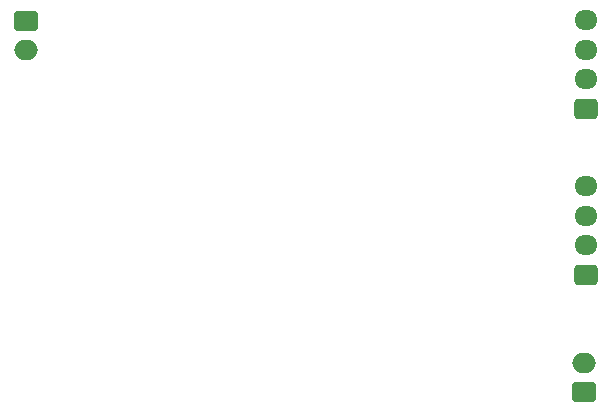
<source format=gbr>
%TF.GenerationSoftware,KiCad,Pcbnew,5.99.0-unknown-5a832fc337~130~ubuntu20.04.1*%
%TF.CreationDate,2021-06-20T17:00:02+02:00*%
%TF.ProjectId,LED-Treiber,4c45442d-5472-4656-9962-65722e6b6963,rev?*%
%TF.SameCoordinates,Original*%
%TF.FileFunction,Soldermask,Bot*%
%TF.FilePolarity,Negative*%
%FSLAX46Y46*%
G04 Gerber Fmt 4.6, Leading zero omitted, Abs format (unit mm)*
G04 Created by KiCad (PCBNEW 5.99.0-unknown-5a832fc337~130~ubuntu20.04.1) date 2021-06-20 17:00:02*
%MOMM*%
%LPD*%
G01*
G04 APERTURE LIST*
G04 Aperture macros list*
%AMRoundRect*
0 Rectangle with rounded corners*
0 $1 Rounding radius*
0 $2 $3 $4 $5 $6 $7 $8 $9 X,Y pos of 4 corners*
0 Add a 4 corners polygon primitive as box body*
4,1,4,$2,$3,$4,$5,$6,$7,$8,$9,$2,$3,0*
0 Add four circle primitives for the rounded corners*
1,1,$1+$1,$2,$3*
1,1,$1+$1,$4,$5*
1,1,$1+$1,$6,$7*
1,1,$1+$1,$8,$9*
0 Add four rect primitives between the rounded corners*
20,1,$1+$1,$2,$3,$4,$5,0*
20,1,$1+$1,$4,$5,$6,$7,0*
20,1,$1+$1,$6,$7,$8,$9,0*
20,1,$1+$1,$8,$9,$2,$3,0*%
G04 Aperture macros list end*
%ADD10RoundRect,0.250000X0.750000X-0.600000X0.750000X0.600000X-0.750000X0.600000X-0.750000X-0.600000X0*%
%ADD11O,2.000000X1.700000*%
%ADD12RoundRect,0.250000X0.725000X-0.600000X0.725000X0.600000X-0.725000X0.600000X-0.725000X-0.600000X0*%
%ADD13O,1.950000X1.700000*%
%ADD14RoundRect,0.250000X-0.750000X0.600000X-0.750000X-0.600000X0.750000X-0.600000X0.750000X0.600000X0*%
G04 APERTURE END LIST*
D10*
%TO.C,J5*%
X161875000Y-91050000D03*
D11*
X161875000Y-88550000D03*
%TD*%
D12*
%TO.C,J2*%
X161975000Y-81100000D03*
D13*
X161975000Y-78600000D03*
X161975000Y-76100000D03*
X161975000Y-73600000D03*
%TD*%
D12*
%TO.C,J6*%
X161975000Y-67050000D03*
D13*
X161975000Y-64550000D03*
X161975000Y-62050000D03*
X161975000Y-59550000D03*
%TD*%
D14*
%TO.C,J1*%
X114625000Y-59600000D03*
D11*
X114625000Y-62100000D03*
%TD*%
M02*

</source>
